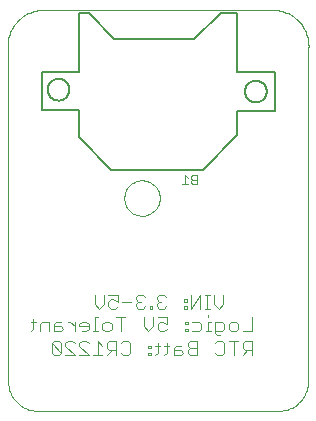
<source format=gbo>
G75*
%MOIN*%
%OFA0B0*%
%FSLAX24Y24*%
%IPPOS*%
%LPD*%
%AMOC8*
5,1,8,0,0,1.08239X$1,22.5*
%
%ADD10C,0.0000*%
%ADD11C,0.0040*%
%ADD12C,0.0050*%
%ADD13C,0.0030*%
D10*
X001756Y001447D02*
X001756Y012403D01*
X001746Y012471D01*
X001741Y012539D01*
X001739Y012607D01*
X001741Y012675D01*
X001747Y012743D01*
X001757Y012811D01*
X001770Y012878D01*
X001788Y012944D01*
X001809Y013009D01*
X001833Y013072D01*
X001861Y013134D01*
X001893Y013195D01*
X001928Y013254D01*
X001966Y013310D01*
X002007Y013365D01*
X002051Y013417D01*
X002098Y013466D01*
X002148Y013513D01*
X002200Y013557D01*
X002255Y013598D01*
X002312Y013635D01*
X002371Y013670D01*
X002431Y013701D01*
X002494Y013729D01*
X002558Y013753D01*
X002623Y013773D01*
X002689Y013790D01*
X002756Y013803D01*
X010756Y013803D01*
X010823Y013790D01*
X010889Y013773D01*
X010954Y013753D01*
X011018Y013729D01*
X011081Y013701D01*
X011141Y013670D01*
X011200Y013635D01*
X011257Y013598D01*
X011312Y013557D01*
X011364Y013513D01*
X011414Y013466D01*
X011461Y013417D01*
X011505Y013365D01*
X011546Y013310D01*
X011584Y013254D01*
X011619Y013195D01*
X011651Y013134D01*
X011679Y013072D01*
X011703Y013009D01*
X011724Y012944D01*
X011742Y012878D01*
X011755Y012811D01*
X011765Y012743D01*
X011771Y012675D01*
X011773Y012607D01*
X011771Y012539D01*
X011766Y012471D01*
X011756Y012403D01*
X011756Y001447D01*
X011754Y001387D01*
X011749Y001326D01*
X011740Y001267D01*
X011727Y001208D01*
X011711Y001149D01*
X011691Y001092D01*
X011668Y001037D01*
X011641Y000982D01*
X011612Y000930D01*
X011579Y000879D01*
X011543Y000830D01*
X011505Y000784D01*
X011463Y000740D01*
X011419Y000698D01*
X011373Y000660D01*
X011324Y000624D01*
X011273Y000591D01*
X011221Y000562D01*
X011166Y000535D01*
X011111Y000512D01*
X011054Y000492D01*
X010995Y000476D01*
X010936Y000463D01*
X010877Y000454D01*
X010816Y000449D01*
X010756Y000447D01*
X002756Y000447D01*
X002696Y000449D01*
X002635Y000454D01*
X002576Y000463D01*
X002517Y000476D01*
X002458Y000492D01*
X002401Y000512D01*
X002346Y000535D01*
X002291Y000562D01*
X002239Y000591D01*
X002188Y000624D01*
X002139Y000660D01*
X002093Y000698D01*
X002049Y000740D01*
X002007Y000784D01*
X001969Y000830D01*
X001933Y000879D01*
X001900Y000930D01*
X001871Y000982D01*
X001844Y001037D01*
X001821Y001092D01*
X001801Y001149D01*
X001785Y001208D01*
X001772Y001267D01*
X001763Y001326D01*
X001758Y001387D01*
X001756Y001447D01*
X005630Y007544D02*
X005632Y007592D01*
X005638Y007640D01*
X005648Y007687D01*
X005661Y007733D01*
X005679Y007778D01*
X005699Y007822D01*
X005724Y007864D01*
X005752Y007903D01*
X005782Y007940D01*
X005816Y007974D01*
X005853Y008006D01*
X005891Y008035D01*
X005932Y008060D01*
X005975Y008082D01*
X006020Y008100D01*
X006066Y008114D01*
X006113Y008125D01*
X006161Y008132D01*
X006209Y008135D01*
X006257Y008134D01*
X006305Y008129D01*
X006353Y008120D01*
X006399Y008108D01*
X006444Y008091D01*
X006488Y008071D01*
X006530Y008048D01*
X006570Y008021D01*
X006608Y007991D01*
X006643Y007958D01*
X006675Y007922D01*
X006705Y007884D01*
X006731Y007843D01*
X006753Y007800D01*
X006773Y007756D01*
X006788Y007711D01*
X006800Y007664D01*
X006808Y007616D01*
X006812Y007568D01*
X006812Y007520D01*
X006808Y007472D01*
X006800Y007424D01*
X006788Y007377D01*
X006773Y007332D01*
X006753Y007288D01*
X006731Y007245D01*
X006705Y007204D01*
X006675Y007166D01*
X006643Y007130D01*
X006608Y007097D01*
X006570Y007067D01*
X006530Y007040D01*
X006488Y007017D01*
X006444Y006997D01*
X006399Y006980D01*
X006353Y006968D01*
X006305Y006959D01*
X006257Y006954D01*
X006209Y006953D01*
X006161Y006956D01*
X006113Y006963D01*
X006066Y006974D01*
X006020Y006988D01*
X005975Y007006D01*
X005932Y007028D01*
X005891Y007053D01*
X005853Y007082D01*
X005816Y007114D01*
X005782Y007148D01*
X005752Y007185D01*
X005724Y007224D01*
X005699Y007266D01*
X005679Y007310D01*
X005661Y007355D01*
X005648Y007401D01*
X005638Y007448D01*
X005632Y007496D01*
X005630Y007544D01*
D11*
X005406Y004318D02*
X005100Y004318D01*
X004946Y004318D02*
X004946Y004011D01*
X004793Y003857D01*
X004639Y004011D01*
X004639Y004318D01*
X005100Y004087D02*
X005100Y003934D01*
X005176Y003857D01*
X005330Y003857D01*
X005406Y003934D01*
X005406Y004087D02*
X005253Y004164D01*
X005176Y004164D01*
X005100Y004087D01*
X005406Y004087D02*
X005406Y004318D01*
X005560Y004087D02*
X005867Y004087D01*
X006020Y004011D02*
X006020Y003934D01*
X006097Y003857D01*
X006250Y003857D01*
X006327Y003934D01*
X006481Y003934D02*
X006481Y003857D01*
X006557Y003857D01*
X006557Y003934D01*
X006481Y003934D01*
X006711Y003934D02*
X006788Y003857D01*
X006941Y003857D01*
X007018Y003934D01*
X006864Y004087D02*
X006788Y004087D01*
X006711Y004011D01*
X006711Y003934D01*
X006788Y004087D02*
X006711Y004164D01*
X006711Y004241D01*
X006788Y004318D01*
X006941Y004318D01*
X007018Y004241D01*
X007632Y004164D02*
X007632Y004087D01*
X007708Y004087D01*
X007708Y004164D01*
X007632Y004164D01*
X007632Y003934D02*
X007632Y003857D01*
X007708Y003857D01*
X007708Y003934D01*
X007632Y003934D01*
X007862Y003857D02*
X007862Y004318D01*
X008169Y004318D02*
X007862Y003857D01*
X008169Y003857D02*
X008169Y004318D01*
X008322Y004318D02*
X008476Y004318D01*
X008399Y004318D02*
X008399Y003857D01*
X008476Y003857D02*
X008322Y003857D01*
X008428Y003654D02*
X008428Y003577D01*
X008428Y003424D02*
X008428Y003117D01*
X008505Y003117D02*
X008351Y003117D01*
X008198Y003193D02*
X008198Y003347D01*
X008121Y003424D01*
X007891Y003424D01*
X007738Y003424D02*
X007738Y003347D01*
X007661Y003347D01*
X007661Y003424D01*
X007738Y003424D01*
X007738Y003193D02*
X007661Y003193D01*
X007661Y003117D01*
X007738Y003117D01*
X007738Y003193D01*
X007891Y003117D02*
X008121Y003117D01*
X008198Y003193D01*
X008428Y003424D02*
X008505Y003424D01*
X008658Y003424D02*
X008889Y003424D01*
X008965Y003347D01*
X008965Y003193D01*
X008889Y003117D01*
X008658Y003117D01*
X008658Y003040D02*
X008658Y003424D01*
X008658Y003040D02*
X008735Y002963D01*
X008812Y002963D01*
X008889Y002777D02*
X008965Y002700D01*
X008965Y002393D01*
X008889Y002317D01*
X008735Y002317D01*
X008658Y002393D01*
X008658Y002700D02*
X008735Y002777D01*
X008889Y002777D01*
X009119Y002777D02*
X009426Y002777D01*
X009272Y002777D02*
X009272Y002317D01*
X009579Y002317D02*
X009733Y002470D01*
X009656Y002470D02*
X009886Y002470D01*
X009886Y002317D02*
X009886Y002777D01*
X009656Y002777D01*
X009579Y002700D01*
X009579Y002547D01*
X009656Y002470D01*
X009579Y003117D02*
X009886Y003117D01*
X009886Y003577D01*
X009426Y003347D02*
X009426Y003193D01*
X009349Y003117D01*
X009196Y003117D01*
X009119Y003193D01*
X009119Y003347D01*
X009196Y003424D01*
X009349Y003424D01*
X009426Y003347D01*
X008783Y003857D02*
X008629Y004011D01*
X008629Y004318D01*
X008936Y004318D02*
X008936Y004011D01*
X008783Y003857D01*
X008045Y002777D02*
X007814Y002777D01*
X007738Y002700D01*
X007738Y002624D01*
X007814Y002547D01*
X008045Y002547D01*
X008045Y002317D02*
X008045Y002777D01*
X007814Y002547D02*
X007738Y002470D01*
X007738Y002393D01*
X007814Y002317D01*
X008045Y002317D01*
X007584Y002393D02*
X007507Y002317D01*
X007277Y002317D01*
X007277Y002547D01*
X007354Y002624D01*
X007507Y002624D01*
X007507Y002470D02*
X007277Y002470D01*
X007124Y002624D02*
X006970Y002624D01*
X007047Y002700D02*
X007047Y002393D01*
X006970Y002317D01*
X006740Y002393D02*
X006663Y002317D01*
X006740Y002393D02*
X006740Y002700D01*
X006817Y002624D02*
X006663Y002624D01*
X006510Y002624D02*
X006510Y002547D01*
X006433Y002547D01*
X006433Y002624D01*
X006510Y002624D01*
X006510Y002393D02*
X006433Y002393D01*
X006433Y002317D01*
X006510Y002317D01*
X006510Y002393D01*
X005819Y002393D02*
X005743Y002317D01*
X005589Y002317D01*
X005512Y002393D01*
X005359Y002317D02*
X005359Y002777D01*
X005129Y002777D01*
X005052Y002700D01*
X005052Y002547D01*
X005129Y002470D01*
X005359Y002470D01*
X005205Y002470D02*
X005052Y002317D01*
X004899Y002317D02*
X004592Y002317D01*
X004745Y002317D02*
X004745Y002777D01*
X004899Y002624D01*
X004438Y002700D02*
X004361Y002777D01*
X004208Y002777D01*
X004131Y002700D01*
X004131Y002624D01*
X004438Y002317D01*
X004131Y002317D01*
X003978Y002317D02*
X003671Y002624D01*
X003671Y002700D01*
X003748Y002777D01*
X003901Y002777D01*
X003978Y002700D01*
X003517Y002700D02*
X003517Y002393D01*
X003210Y002700D01*
X003210Y002393D01*
X003287Y002317D01*
X003441Y002317D01*
X003517Y002393D01*
X003671Y002317D02*
X003978Y002317D01*
X003517Y002700D02*
X003441Y002777D01*
X003287Y002777D01*
X003210Y002700D01*
X003134Y003117D02*
X003134Y003424D01*
X002903Y003424D01*
X002827Y003347D01*
X002827Y003117D01*
X002597Y003193D02*
X002520Y003117D01*
X002597Y003193D02*
X002597Y003500D01*
X002673Y003424D02*
X002520Y003424D01*
X003287Y003347D02*
X003287Y003117D01*
X003517Y003117D01*
X003594Y003193D01*
X003517Y003270D01*
X003287Y003270D01*
X003287Y003347D02*
X003364Y003424D01*
X003517Y003424D01*
X003748Y003424D02*
X003824Y003424D01*
X003978Y003270D01*
X004131Y003270D02*
X004438Y003270D01*
X004438Y003193D02*
X004438Y003347D01*
X004361Y003424D01*
X004208Y003424D01*
X004131Y003347D01*
X004131Y003270D01*
X004208Y003117D02*
X004361Y003117D01*
X004438Y003193D01*
X004592Y003117D02*
X004745Y003117D01*
X004668Y003117D02*
X004668Y003577D01*
X004745Y003577D01*
X004899Y003347D02*
X004975Y003424D01*
X005129Y003424D01*
X005205Y003347D01*
X005205Y003193D01*
X005129Y003117D01*
X004975Y003117D01*
X004899Y003193D01*
X004899Y003347D01*
X005359Y003577D02*
X005666Y003577D01*
X005512Y003577D02*
X005512Y003117D01*
X005589Y002777D02*
X005512Y002700D01*
X005589Y002777D02*
X005743Y002777D01*
X005819Y002700D01*
X005819Y002393D01*
X006433Y003117D02*
X006280Y003270D01*
X006280Y003577D01*
X006587Y003577D02*
X006587Y003270D01*
X006433Y003117D01*
X006740Y003193D02*
X006817Y003117D01*
X006970Y003117D01*
X007047Y003193D01*
X007047Y003347D02*
X006894Y003424D01*
X006817Y003424D01*
X006740Y003347D01*
X006740Y003193D01*
X007047Y003347D02*
X007047Y003577D01*
X006740Y003577D01*
X006174Y004087D02*
X006097Y004087D01*
X006020Y004011D01*
X006097Y004087D02*
X006020Y004164D01*
X006020Y004241D01*
X006097Y004318D01*
X006250Y004318D01*
X006327Y004241D01*
X007507Y002470D02*
X007584Y002393D01*
X003978Y003117D02*
X003978Y003424D01*
D12*
X005189Y008475D02*
X004134Y009590D01*
X004134Y010490D01*
X002872Y010490D01*
X002872Y011742D01*
X004134Y011742D01*
X004134Y013716D01*
X004456Y013716D01*
X005299Y012831D01*
X007956Y012831D01*
X008856Y013716D01*
X009378Y013716D01*
X009378Y011742D01*
X010640Y011742D01*
X010640Y010451D01*
X009378Y010451D01*
X009378Y009651D01*
X008262Y008475D01*
X005189Y008475D01*
X003078Y011157D02*
X003080Y011195D01*
X003086Y011232D01*
X003096Y011269D01*
X003109Y011304D01*
X003126Y011337D01*
X003147Y011369D01*
X003171Y011399D01*
X003197Y011425D01*
X003227Y011449D01*
X003258Y011470D01*
X003292Y011487D01*
X003327Y011500D01*
X003364Y011510D01*
X003401Y011516D01*
X003439Y011518D01*
X003477Y011516D01*
X003514Y011510D01*
X003551Y011500D01*
X003586Y011487D01*
X003619Y011470D01*
X003651Y011449D01*
X003681Y011425D01*
X003707Y011399D01*
X003731Y011369D01*
X003752Y011338D01*
X003769Y011304D01*
X003782Y011269D01*
X003792Y011232D01*
X003798Y011195D01*
X003800Y011157D01*
X003798Y011119D01*
X003792Y011082D01*
X003782Y011045D01*
X003769Y011010D01*
X003752Y010977D01*
X003731Y010945D01*
X003707Y010915D01*
X003681Y010889D01*
X003651Y010865D01*
X003620Y010844D01*
X003586Y010827D01*
X003551Y010814D01*
X003514Y010804D01*
X003477Y010798D01*
X003439Y010796D01*
X003401Y010798D01*
X003364Y010804D01*
X003327Y010814D01*
X003292Y010827D01*
X003259Y010844D01*
X003227Y010865D01*
X003197Y010889D01*
X003171Y010915D01*
X003147Y010945D01*
X003126Y010976D01*
X003109Y011010D01*
X003096Y011045D01*
X003086Y011082D01*
X003080Y011119D01*
X003078Y011157D01*
X009655Y011097D02*
X009657Y011135D01*
X009663Y011172D01*
X009673Y011209D01*
X009686Y011244D01*
X009703Y011277D01*
X009724Y011309D01*
X009748Y011339D01*
X009774Y011365D01*
X009804Y011389D01*
X009835Y011410D01*
X009869Y011427D01*
X009904Y011440D01*
X009941Y011450D01*
X009978Y011456D01*
X010016Y011458D01*
X010054Y011456D01*
X010091Y011450D01*
X010128Y011440D01*
X010163Y011427D01*
X010196Y011410D01*
X010228Y011389D01*
X010258Y011365D01*
X010284Y011339D01*
X010308Y011309D01*
X010329Y011278D01*
X010346Y011244D01*
X010359Y011209D01*
X010369Y011172D01*
X010375Y011135D01*
X010377Y011097D01*
X010375Y011059D01*
X010369Y011022D01*
X010359Y010985D01*
X010346Y010950D01*
X010329Y010917D01*
X010308Y010885D01*
X010284Y010855D01*
X010258Y010829D01*
X010228Y010805D01*
X010197Y010784D01*
X010163Y010767D01*
X010128Y010754D01*
X010091Y010744D01*
X010054Y010738D01*
X010016Y010736D01*
X009978Y010738D01*
X009941Y010744D01*
X009904Y010754D01*
X009869Y010767D01*
X009836Y010784D01*
X009804Y010805D01*
X009774Y010829D01*
X009748Y010855D01*
X009724Y010885D01*
X009703Y010916D01*
X009686Y010950D01*
X009673Y010985D01*
X009663Y011022D01*
X009657Y011059D01*
X009655Y011097D01*
D13*
X008041Y008307D02*
X007896Y008307D01*
X007848Y008259D01*
X007848Y008211D01*
X007896Y008162D01*
X008041Y008162D01*
X008041Y008017D02*
X007896Y008017D01*
X007848Y008066D01*
X007848Y008114D01*
X007896Y008162D01*
X007746Y008211D02*
X007650Y008307D01*
X007650Y008017D01*
X007746Y008017D02*
X007553Y008017D01*
X008041Y008017D02*
X008041Y008307D01*
M02*

</source>
